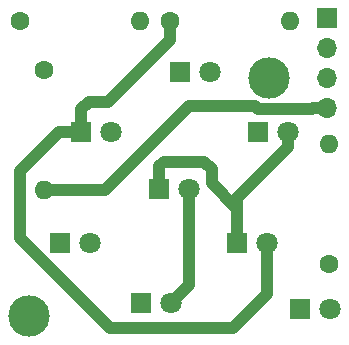
<source format=gbr>
%TF.GenerationSoftware,KiCad,Pcbnew,5.0.2-bee76a0~70~ubuntu18.04.1*%
%TF.CreationDate,2019-02-17T17:10:16-03:00*%
%TF.ProjectId,charlieplex-display-pcb-r00,63686172-6c69-4657-906c-65782d646973,rev?*%
%TF.SameCoordinates,Original*%
%TF.FileFunction,Copper,L1,Top*%
%TF.FilePolarity,Positive*%
%FSLAX46Y46*%
G04 Gerber Fmt 4.6, Leading zero omitted, Abs format (unit mm)*
G04 Created by KiCad (PCBNEW 5.0.2-bee76a0~70~ubuntu18.04.1) date dom 17 fev 2019 17:10:16 -03*
%MOMM*%
%LPD*%
G01*
G04 APERTURE LIST*
%ADD10O,1.700000X1.700000*%
%ADD11R,1.700000X1.700000*%
%ADD12C,1.800000*%
%ADD13R,1.800000X1.800000*%
%ADD14O,1.600000X1.600000*%
%ADD15C,1.600000*%
%ADD16C,0.800000*%
%ADD17C,3.500000*%
%ADD18C,1.000000*%
G04 APERTURE END LIST*
D10*
X59182000Y-53594000D03*
X59182000Y-51054000D03*
X59182000Y-48514000D03*
D11*
X59182000Y-45974000D03*
D12*
X59436000Y-70612000D03*
D13*
X56896000Y-70612000D03*
X44958000Y-60452000D03*
D12*
X47498000Y-60452000D03*
X40894000Y-55626000D03*
D13*
X38354000Y-55626000D03*
X36576000Y-65024000D03*
D12*
X39116000Y-65024000D03*
X45974000Y-70104000D03*
D13*
X43434000Y-70104000D03*
X51562000Y-65024000D03*
D12*
X54102000Y-65024000D03*
X55880000Y-55626000D03*
D13*
X53340000Y-55626000D03*
X46736000Y-50546000D03*
D12*
X49276000Y-50546000D03*
D14*
X56007000Y-46228000D03*
D15*
X45847000Y-46228000D03*
X33147000Y-46228000D03*
D14*
X43307000Y-46228000D03*
X59309000Y-56642000D03*
D15*
X59309000Y-66802000D03*
X35179000Y-50419000D03*
D14*
X35179000Y-60579000D03*
D16*
X34163000Y-71247000D03*
X34163000Y-71247000D03*
D17*
X33909000Y-71247000D03*
X54229000Y-51054000D03*
D18*
X47498000Y-68580000D02*
X47498000Y-60452000D01*
X45974000Y-70104000D02*
X47498000Y-68580000D01*
X40386000Y-60579000D02*
X35179000Y-60579000D01*
X59182000Y-53594000D02*
X57979919Y-53594000D01*
X53269998Y-53721000D02*
X53015998Y-53467000D01*
X57979919Y-53594000D02*
X57852919Y-53721000D01*
X57852919Y-53721000D02*
X53269998Y-53721000D01*
X47498000Y-53467000D02*
X40386000Y-60579000D01*
X53015998Y-53467000D02*
X47498000Y-53467000D01*
X51562000Y-62147998D02*
X49403000Y-59988998D01*
X49403000Y-59988998D02*
X49403000Y-58801000D01*
X49403000Y-58801000D02*
X48768000Y-58166000D01*
X45344000Y-58166000D02*
X44958000Y-58552000D01*
X44958000Y-58552000D02*
X44958000Y-60452000D01*
X48768000Y-58166000D02*
X45344000Y-58166000D01*
X51562000Y-61216792D02*
X51562000Y-62611000D01*
X55880000Y-56898792D02*
X51562000Y-61216792D01*
X55880000Y-55626000D02*
X55880000Y-56898792D01*
X51562000Y-65024000D02*
X51562000Y-62611000D01*
X51562000Y-62611000D02*
X51562000Y-62147998D01*
X38354000Y-53726000D02*
X38354000Y-55626000D01*
X38994000Y-53086000D02*
X38354000Y-53726000D01*
X40640000Y-53086000D02*
X38994000Y-53086000D01*
X45847000Y-47879000D02*
X40640000Y-53086000D01*
X45847000Y-46228000D02*
X45847000Y-47879000D01*
X36454000Y-55626000D02*
X38354000Y-55626000D01*
X54102000Y-65024000D02*
X54102000Y-69342000D01*
X51181000Y-72263000D02*
X40754998Y-72263000D01*
X40754998Y-72263000D02*
X33147000Y-64655002D01*
X54102000Y-69342000D02*
X51181000Y-72263000D01*
X33147000Y-64655002D02*
X33147000Y-58933000D01*
X33147000Y-58933000D02*
X36454000Y-55626000D01*
M02*

</source>
